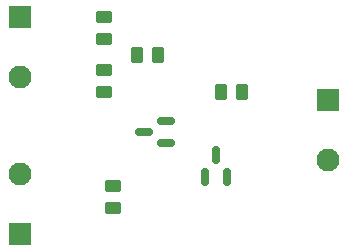
<source format=gbr>
G04 #@! TF.GenerationSoftware,KiCad,Pcbnew,8.0.6*
G04 #@! TF.CreationDate,2025-03-14T18:00:41+01:00*
G04 #@! TF.ProjectId,TENG_PCB,54454e47-5f50-4434-922e-6b696361645f,rev?*
G04 #@! TF.SameCoordinates,Original*
G04 #@! TF.FileFunction,Soldermask,Top*
G04 #@! TF.FilePolarity,Negative*
%FSLAX46Y46*%
G04 Gerber Fmt 4.6, Leading zero omitted, Abs format (unit mm)*
G04 Created by KiCad (PCBNEW 8.0.6) date 2025-03-14 18:00:41*
%MOMM*%
%LPD*%
G01*
G04 APERTURE LIST*
G04 Aperture macros list*
%AMRoundRect*
0 Rectangle with rounded corners*
0 $1 Rounding radius*
0 $2 $3 $4 $5 $6 $7 $8 $9 X,Y pos of 4 corners*
0 Add a 4 corners polygon primitive as box body*
4,1,4,$2,$3,$4,$5,$6,$7,$8,$9,$2,$3,0*
0 Add four circle primitives for the rounded corners*
1,1,$1+$1,$2,$3*
1,1,$1+$1,$4,$5*
1,1,$1+$1,$6,$7*
1,1,$1+$1,$8,$9*
0 Add four rect primitives between the rounded corners*
20,1,$1+$1,$2,$3,$4,$5,0*
20,1,$1+$1,$4,$5,$6,$7,0*
20,1,$1+$1,$6,$7,$8,$9,0*
20,1,$1+$1,$8,$9,$2,$3,0*%
G04 Aperture macros list end*
%ADD10RoundRect,0.250000X-0.450000X0.262500X-0.450000X-0.262500X0.450000X-0.262500X0.450000X0.262500X0*%
%ADD11RoundRect,0.150000X0.150000X-0.587500X0.150000X0.587500X-0.150000X0.587500X-0.150000X-0.587500X0*%
%ADD12RoundRect,0.250000X0.262500X0.450000X-0.262500X0.450000X-0.262500X-0.450000X0.262500X-0.450000X0*%
%ADD13RoundRect,0.250000X-0.262500X-0.450000X0.262500X-0.450000X0.262500X0.450000X-0.262500X0.450000X0*%
%ADD14RoundRect,0.150000X0.587500X0.150000X-0.587500X0.150000X-0.587500X-0.150000X0.587500X-0.150000X0*%
%ADD15R,1.950000X1.950000*%
%ADD16C,1.950000*%
G04 APERTURE END LIST*
D10*
X137740000Y-84147500D03*
X137740000Y-85972500D03*
D11*
X145480000Y-83385000D03*
X147380000Y-83385000D03*
X146430000Y-81510000D03*
D12*
X148650000Y-76170000D03*
X146825000Y-76170000D03*
D10*
X137000000Y-69837500D03*
X137000000Y-71662500D03*
D13*
X139727500Y-73050000D03*
X141552500Y-73050000D03*
D14*
X142250000Y-80520000D03*
X142250000Y-78620000D03*
X140375000Y-79570000D03*
D15*
X129830000Y-88230000D03*
D16*
X129830000Y-83150000D03*
D15*
X155900000Y-76850000D03*
D16*
X155900000Y-81930000D03*
D15*
X129830000Y-69840000D03*
D16*
X129830000Y-74920000D03*
D10*
X136980000Y-74307500D03*
X136980000Y-76132500D03*
M02*

</source>
